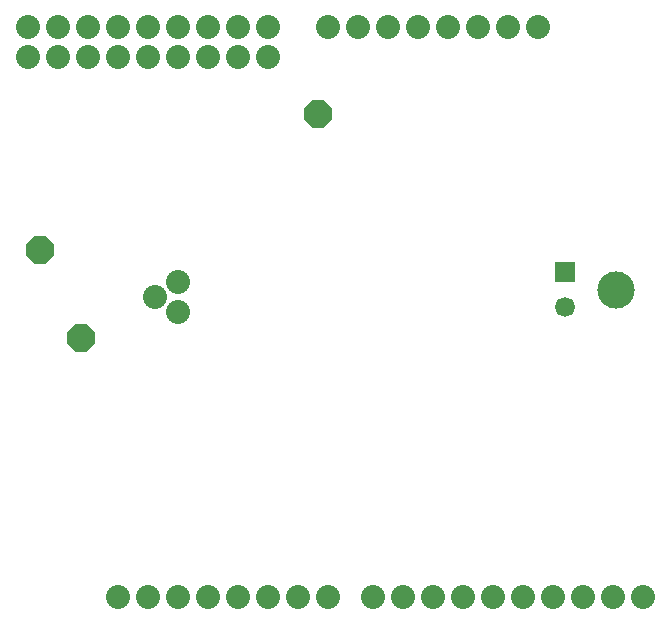
<source format=gbs>
G75*
%MOIN*%
%OFA0B0*%
%FSLAX25Y25*%
%IPPOS*%
%LPD*%
%AMOC8*
5,1,8,0,0,1.08239X$1,22.5*
%
%ADD10R,0.06624X0.06624*%
%ADD11C,0.06624*%
%ADD12C,0.12411*%
%ADD13C,0.08000*%
%ADD14OC8,0.09100*%
D10*
X0192792Y0123406D03*
D11*
X0192792Y0111594D03*
D12*
X0209800Y0117500D03*
D13*
X0043800Y0015000D03*
X0053800Y0015000D03*
X0063800Y0015000D03*
X0073800Y0015000D03*
X0083800Y0015000D03*
X0093800Y0015000D03*
X0103800Y0015000D03*
X0113800Y0015000D03*
X0128800Y0015000D03*
X0138800Y0015000D03*
X0148800Y0015000D03*
X0158800Y0015000D03*
X0168800Y0015000D03*
X0178800Y0015000D03*
X0188800Y0015000D03*
X0198800Y0015000D03*
X0208800Y0015000D03*
X0218800Y0015000D03*
X0063800Y0110000D03*
X0056300Y0115000D03*
X0063800Y0120000D03*
X0063800Y0195000D03*
X0063800Y0205000D03*
X0053800Y0205000D03*
X0053800Y0195000D03*
X0043800Y0195000D03*
X0043800Y0205000D03*
X0033800Y0205000D03*
X0033800Y0195000D03*
X0023800Y0195000D03*
X0023800Y0205000D03*
X0013800Y0205000D03*
X0013800Y0195000D03*
X0073800Y0195000D03*
X0073800Y0205000D03*
X0083800Y0205000D03*
X0083800Y0195000D03*
X0093800Y0195000D03*
X0093800Y0205000D03*
X0113800Y0205000D03*
X0123800Y0205000D03*
X0133800Y0205000D03*
X0143800Y0205000D03*
X0153800Y0205000D03*
X0163800Y0205000D03*
X0173800Y0205000D03*
X0183800Y0205000D03*
D14*
X0110350Y0176100D03*
X0031550Y0101350D03*
X0017950Y0130750D03*
M02*

</source>
